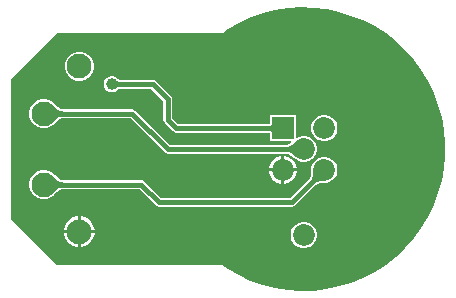
<source format=gbr>
%TF.GenerationSoftware,Altium Limited,Altium Designer,23.10.1 (27)*%
G04 Layer_Physical_Order=2*
G04 Layer_Color=16711680*
%FSLAX45Y45*%
%MOMM*%
%TF.SameCoordinates,CB7B006E-185E-4101-8BB4-968F6143B1B3*%
%TF.FilePolarity,Positive*%
%TF.FileFunction,Copper,L2,Bot,Signal*%
%TF.Part,Single*%
G01*
G75*
%TA.AperFunction,Conductor*%
%ADD12C,0.38100*%
%TA.AperFunction,ComponentPad*%
%ADD13C,1.85000*%
%ADD14R,1.85000X1.85000*%
%ADD15C,2.10000*%
%TA.AperFunction,ViaPad*%
%ADD16C,1.00000*%
G36*
X2986858Y2497890D02*
X3095134Y2485077D01*
X3201802Y2462498D01*
X3305984Y2430338D01*
X3406818Y2388862D01*
X3503477Y2338413D01*
X3595161Y2279406D01*
X3681117Y2212328D01*
X3760638Y2137728D01*
X3833062Y2056229D01*
X3897799Y1968493D01*
X3954311Y1875252D01*
X4002135Y1777267D01*
X4040876Y1675349D01*
X4070215Y1570337D01*
X4089909Y1463099D01*
X4099797Y1354515D01*
Y1245433D01*
X4089891Y1136752D01*
X4070161Y1029416D01*
X4040768Y924315D01*
X4001957Y822317D01*
X3954048Y724263D01*
X3897437Y630963D01*
X3832588Y543184D01*
X3760043Y461658D01*
X3680394Y387051D01*
X3594303Y319983D01*
X3502478Y261004D01*
X3405681Y210606D01*
X3304706Y169202D01*
X3200391Y137134D01*
X3093597Y114668D01*
X2985204Y101988D01*
X2876102Y99200D01*
X2767205Y106326D01*
X2659400Y123308D01*
X2553585Y150005D01*
X2450626Y186198D01*
X2351380Y231587D01*
X2256664Y285796D01*
X2211962Y317087D01*
X2209375Y318225D01*
X2207026Y319795D01*
X2204794Y320240D01*
X2202712Y321156D01*
X2199887Y321217D01*
X2197115Y321769D01*
X809135Y322046D01*
X423165Y708016D01*
X422057Y1890876D01*
X810822Y2279642D01*
X2199130D01*
X2201878Y2280188D01*
X2204681Y2280243D01*
X2206787Y2281165D01*
X2209040Y2281613D01*
X2211370Y2283170D01*
X2213938Y2284293D01*
X2258662Y2315466D01*
X2353395Y2369443D01*
X2452636Y2414608D01*
X2555558Y2450585D01*
X2661324Y2477081D01*
X2769054Y2493876D01*
X2877863Y2500831D01*
X2986858Y2497890D01*
D02*
G37*
%LPC*%
G36*
X1016164Y2122780D02*
X983836D01*
X952609Y2114413D01*
X924611Y2098249D01*
X901752Y2075389D01*
X885587Y2047391D01*
X877220Y2016164D01*
Y1983836D01*
X885587Y1952609D01*
X901752Y1924611D01*
X924611Y1901752D01*
X952609Y1885587D01*
X983836Y1877220D01*
X1016164D01*
X1047391Y1885587D01*
X1075389Y1901752D01*
X1098249Y1924611D01*
X1114413Y1952609D01*
X1122780Y1983836D01*
Y2016164D01*
X1114413Y2047391D01*
X1098249Y2075389D01*
X1075389Y2098249D01*
X1047391Y2114413D01*
X1016164Y2122780D01*
D02*
G37*
G36*
X3091295Y1587056D02*
X3062258D01*
X3034210Y1579540D01*
X3009063Y1565022D01*
X2988530Y1544489D01*
X2974012Y1519342D01*
X2966496Y1491295D01*
Y1462257D01*
X2974012Y1434210D01*
X2988530Y1409063D01*
X3009063Y1388530D01*
X3034210Y1374012D01*
X3062258Y1366496D01*
X3091295D01*
X3119343Y1374012D01*
X3144490Y1388530D01*
X3165022Y1409063D01*
X3179541Y1434210D01*
X3187056Y1462257D01*
Y1491295D01*
X3179541Y1519342D01*
X3165022Y1544489D01*
X3144490Y1565022D01*
X3119343Y1579540D01*
X3091295Y1587056D01*
D02*
G37*
G36*
X1283924Y1917780D02*
X1266076D01*
X1248838Y1913161D01*
X1233382Y1904237D01*
X1220763Y1891618D01*
X1211839Y1876162D01*
X1207220Y1858924D01*
Y1841077D01*
X1211839Y1823838D01*
X1220763Y1808382D01*
X1233382Y1795763D01*
X1248838Y1786839D01*
X1266076Y1782220D01*
X1283924D01*
X1301162Y1786839D01*
X1316618Y1795763D01*
X1321859Y1801004D01*
X1323132Y1801800D01*
X1325807Y1804317D01*
X1328025Y1806084D01*
X1330331Y1807621D01*
X1332745Y1808947D01*
X1335305Y1810081D01*
X1338038Y1811028D01*
X1340973Y1811785D01*
X1344143Y1812345D01*
X1345164Y1812448D01*
X1609446D01*
X1712448Y1709446D01*
Y1550000D01*
X1715307Y1535630D01*
X1723447Y1523447D01*
X1796671Y1450223D01*
X1808854Y1442083D01*
X1823224Y1439224D01*
X2601523D01*
X2604481Y1438966D01*
X2608688Y1438270D01*
X2611738Y1437455D01*
X2612944Y1436966D01*
Y1366496D01*
X2789885D01*
X2791447Y1364144D01*
X2794050Y1353796D01*
X2789573Y1350585D01*
X2782572Y1346236D01*
X2775980Y1342804D01*
X2769823Y1340248D01*
X2764116Y1338513D01*
X2758983Y1337552D01*
X1765554D01*
X1476553Y1626553D01*
X1464370Y1634693D01*
X1450000Y1637552D01*
X861593D01*
X860973Y1637595D01*
X855106Y1638787D01*
X848601Y1640907D01*
X841471Y1644043D01*
X833761Y1648255D01*
X825515Y1653575D01*
X816949Y1659897D01*
X797810Y1676479D01*
X787696Y1686425D01*
X786288Y1687349D01*
X775389Y1698249D01*
X747391Y1714413D01*
X716164Y1722780D01*
X683836D01*
X652609Y1714413D01*
X624611Y1698249D01*
X601752Y1675389D01*
X585587Y1647391D01*
X577220Y1616164D01*
Y1583836D01*
X585587Y1552609D01*
X601752Y1524611D01*
X624611Y1501752D01*
X652609Y1485587D01*
X683836Y1477220D01*
X716164D01*
X747391Y1485587D01*
X775389Y1501752D01*
X786162Y1512525D01*
X787440Y1513328D01*
X807725Y1532509D01*
X816771Y1539972D01*
X825515Y1546425D01*
X833762Y1551746D01*
X841470Y1555956D01*
X848601Y1559094D01*
X855104Y1561213D01*
X860974Y1562405D01*
X861593Y1562448D01*
X1434446D01*
X1723447Y1273447D01*
X1735630Y1265307D01*
X1750000Y1262448D01*
X2758983D01*
X2764116Y1261487D01*
X2769822Y1259752D01*
X2775981Y1257196D01*
X2782572Y1253764D01*
X2789571Y1249416D01*
X2796748Y1244269D01*
X2812839Y1230547D01*
X2821255Y1222301D01*
X2822654Y1221387D01*
X2832287Y1211754D01*
X2857434Y1197236D01*
X2885481Y1189720D01*
X2914519D01*
X2942566Y1197236D01*
X2967713Y1211754D01*
X2988246Y1232287D01*
X3002764Y1257434D01*
X3010280Y1285481D01*
Y1314519D01*
X3002764Y1342566D01*
X2988246Y1367713D01*
X2967713Y1388246D01*
X2942566Y1402764D01*
X2914519Y1410280D01*
X2885481D01*
X2857434Y1402764D01*
X2844503Y1395298D01*
X2833504Y1401649D01*
Y1587056D01*
X2612944D01*
Y1516586D01*
X2611739Y1516097D01*
X2608688Y1515282D01*
X2604481Y1514587D01*
X2601523Y1514328D01*
X1838778D01*
X1787552Y1565554D01*
Y1725000D01*
X1784693Y1739371D01*
X1776553Y1751553D01*
X1651553Y1876553D01*
X1639370Y1884693D01*
X1625000Y1887552D01*
X1345164D01*
X1344142Y1887656D01*
X1340974Y1888216D01*
X1338038Y1888972D01*
X1335305Y1889919D01*
X1332744Y1891054D01*
X1330331Y1892380D01*
X1328023Y1893918D01*
X1325806Y1895684D01*
X1323132Y1898200D01*
X1321859Y1898996D01*
X1316618Y1904237D01*
X1301162Y1913161D01*
X1283924Y1917780D01*
D02*
G37*
G36*
X2738746Y1241124D02*
X2735924D01*
Y1135924D01*
X2841124D01*
Y1138745D01*
X2833089Y1168731D01*
X2817567Y1195616D01*
X2795616Y1217567D01*
X2768732Y1233089D01*
X2738746Y1241124D01*
D02*
G37*
G36*
X2710524D02*
X2707702D01*
X2677716Y1233089D01*
X2650832Y1217567D01*
X2628880Y1195616D01*
X2613359Y1168731D01*
X2605324Y1138745D01*
Y1135924D01*
X2710524D01*
Y1241124D01*
D02*
G37*
G36*
X2841124Y1110524D02*
X2735924D01*
Y1005324D01*
X2738746D01*
X2768732Y1013359D01*
X2795616Y1028880D01*
X2817567Y1050832D01*
X2833089Y1077716D01*
X2841124Y1107702D01*
Y1110524D01*
D02*
G37*
G36*
X2710524D02*
X2605324D01*
Y1107702D01*
X2613359Y1077716D01*
X2628880Y1050832D01*
X2650832Y1028880D01*
X2677716Y1013359D01*
X2707702Y1005324D01*
X2710524D01*
Y1110524D01*
D02*
G37*
G36*
X3091295Y1233504D02*
X3062258D01*
X3034210Y1225988D01*
X3009063Y1211470D01*
X2988530Y1190937D01*
X2974012Y1165790D01*
X2966496Y1137742D01*
Y1124316D01*
X2966162Y1122875D01*
X2965419Y1099513D01*
X2964397Y1089856D01*
X2962922Y1080904D01*
X2961048Y1072885D01*
X2958813Y1065795D01*
X2956266Y1059632D01*
X2953459Y1054371D01*
X2950509Y1050062D01*
X2787998Y887552D01*
X1690554D01*
X1551553Y1026553D01*
X1539370Y1034693D01*
X1525000Y1037552D01*
X861593D01*
X860973Y1037595D01*
X855106Y1038787D01*
X848601Y1040906D01*
X841471Y1044043D01*
X833761Y1048255D01*
X825515Y1053575D01*
X816949Y1059897D01*
X797810Y1076479D01*
X787696Y1086425D01*
X786288Y1087349D01*
X775389Y1098249D01*
X747391Y1114413D01*
X716164Y1122780D01*
X683836D01*
X652609Y1114413D01*
X624611Y1098249D01*
X601752Y1075389D01*
X585587Y1047391D01*
X577220Y1016164D01*
Y983836D01*
X585587Y952609D01*
X601752Y924611D01*
X624611Y901752D01*
X652609Y885587D01*
X683836Y877220D01*
X716164D01*
X747391Y885587D01*
X775389Y901752D01*
X786162Y912524D01*
X787440Y913328D01*
X807725Y932509D01*
X816771Y939971D01*
X825515Y946425D01*
X833762Y951746D01*
X841470Y955956D01*
X848601Y959094D01*
X855104Y961213D01*
X860974Y962405D01*
X861593Y962448D01*
X1509446D01*
X1648447Y823447D01*
X1660630Y815307D01*
X1675000Y812448D01*
X2803552D01*
X2817923Y815307D01*
X2830105Y823447D01*
X3003615Y996957D01*
X3007924Y999906D01*
X3013185Y1002714D01*
X3019348Y1005261D01*
X3026439Y1007497D01*
X3034456Y1009370D01*
X3043175Y1010806D01*
X3064257Y1012481D01*
X3076037Y1012601D01*
X3077672Y1012944D01*
X3091295D01*
X3119343Y1020459D01*
X3144490Y1034978D01*
X3165022Y1055510D01*
X3179541Y1080657D01*
X3187056Y1108705D01*
Y1137742D01*
X3179541Y1165790D01*
X3165022Y1190937D01*
X3144490Y1211470D01*
X3119343Y1225988D01*
X3091295Y1233504D01*
D02*
G37*
G36*
X1017168Y730400D02*
X1012700D01*
Y612700D01*
X1130400D01*
Y617168D01*
X1121514Y650333D01*
X1104346Y680067D01*
X1080067Y704346D01*
X1050333Y721514D01*
X1017168Y730400D01*
D02*
G37*
G36*
X987300D02*
X982832D01*
X949667Y721514D01*
X919933Y704346D01*
X895654Y680067D01*
X878486Y650333D01*
X869600Y617168D01*
Y612700D01*
X987300D01*
Y730400D01*
D02*
G37*
G36*
X1130400Y587300D02*
X1012700D01*
Y469600D01*
X1017168D01*
X1050333Y478486D01*
X1080067Y495654D01*
X1104346Y519933D01*
X1121514Y549667D01*
X1130400Y582832D01*
Y587300D01*
D02*
G37*
G36*
X987300D02*
X869600D01*
Y582832D01*
X878486Y549667D01*
X895654Y519933D01*
X919933Y495654D01*
X949667Y478486D01*
X982832Y469600D01*
X987300D01*
Y587300D01*
D02*
G37*
G36*
X2914519Y680280D02*
X2885481D01*
X2857434Y672764D01*
X2832287Y658246D01*
X2811754Y637713D01*
X2797236Y612566D01*
X2789720Y584519D01*
Y555481D01*
X2797236Y527434D01*
X2811754Y502287D01*
X2832287Y481754D01*
X2857434Y467236D01*
X2885481Y459720D01*
X2914519D01*
X2942566Y467236D01*
X2967713Y481754D01*
X2988246Y502287D01*
X3002764Y527434D01*
X3010280Y555481D01*
Y584519D01*
X3002764Y612566D01*
X2988246Y637713D01*
X2967713Y658246D01*
X2942566Y672764D01*
X2914519Y680280D01*
D02*
G37*
%LPD*%
G36*
X1313927Y1881970D02*
X1317331Y1879258D01*
X1320920Y1876866D01*
X1324695Y1874792D01*
X1328655Y1873038D01*
X1332799Y1871602D01*
X1337129Y1870486D01*
X1341644Y1869688D01*
X1346344Y1869210D01*
X1351229Y1869050D01*
Y1830950D01*
X1346344Y1830791D01*
X1341644Y1830312D01*
X1337129Y1829515D01*
X1332799Y1828398D01*
X1328655Y1826963D01*
X1324695Y1825208D01*
X1320920Y1823135D01*
X1317331Y1820742D01*
X1313927Y1818031D01*
X1310707Y1815000D01*
Y1885000D01*
X1313927Y1881970D01*
D02*
G37*
G36*
X785505Y1663155D02*
X805616Y1645731D01*
X815207Y1638652D01*
X824489Y1632663D01*
X833462Y1627762D01*
X842125Y1623951D01*
X850478Y1621228D01*
X858523Y1619595D01*
X866258Y1619050D01*
Y1580950D01*
X858523Y1580406D01*
X850478Y1578772D01*
X842125Y1576050D01*
X833462Y1572238D01*
X824489Y1567337D01*
X815207Y1561348D01*
X805616Y1554270D01*
X795715Y1546102D01*
X774985Y1526500D01*
Y1673500D01*
X785505Y1663155D01*
D02*
G37*
G36*
X2631334Y1438676D02*
X2630950Y1442296D01*
X2629797Y1445534D01*
X2627877Y1448392D01*
X2625189Y1450868D01*
X2621732Y1452964D01*
X2617508Y1454678D01*
X2612515Y1456012D01*
X2606755Y1456964D01*
X2600226Y1457536D01*
X2592929Y1457726D01*
Y1495826D01*
X2600226Y1496017D01*
X2606755Y1496588D01*
X2612515Y1497541D01*
X2617508Y1498874D01*
X2621732Y1500589D01*
X2625189Y1502684D01*
X2627877Y1505161D01*
X2629797Y1508018D01*
X2630950Y1511257D01*
X2631334Y1514876D01*
Y1438676D01*
D02*
G37*
G36*
X2833942Y1235250D02*
X2825079Y1243933D01*
X2807932Y1258557D01*
X2799647Y1264498D01*
X2791555Y1269525D01*
X2783655Y1273638D01*
X2775948Y1276837D01*
X2768434Y1279122D01*
X2761112Y1280493D01*
X2753983Y1280950D01*
Y1319050D01*
X2761112Y1319507D01*
X2768434Y1320878D01*
X2775948Y1323163D01*
X2783655Y1326362D01*
X2791555Y1330475D01*
X2799647Y1335502D01*
X2807932Y1341443D01*
X2816409Y1348298D01*
X2833942Y1364750D01*
Y1235250D01*
D02*
G37*
G36*
X3075851Y1030728D02*
X3063444Y1030601D01*
X3040979Y1028817D01*
X3030920Y1027160D01*
X3021643Y1024992D01*
X3013149Y1022315D01*
X3005437Y1019127D01*
X2998508Y1015430D01*
X2992361Y1011222D01*
X2986997Y1006504D01*
X2960056Y1033444D01*
X2964774Y1038809D01*
X2968982Y1044955D01*
X2972680Y1051885D01*
X2975867Y1059596D01*
X2978545Y1068091D01*
X2980712Y1077367D01*
X2982369Y1087426D01*
X2983517Y1098268D01*
X2984281Y1122299D01*
X3075851Y1030728D01*
D02*
G37*
G36*
X785505Y1063155D02*
X805616Y1045730D01*
X815207Y1038652D01*
X824489Y1032663D01*
X833462Y1027762D01*
X842125Y1023950D01*
X850478Y1021228D01*
X858523Y1019595D01*
X866258Y1019050D01*
Y980950D01*
X858523Y980405D01*
X850478Y978772D01*
X842125Y976050D01*
X833462Y972238D01*
X824489Y967337D01*
X815207Y961348D01*
X805616Y954270D01*
X795715Y946102D01*
X774985Y926500D01*
Y1073500D01*
X785505Y1063155D01*
D02*
G37*
D12*
X2803552Y850000D02*
X3076776Y1123224D01*
X1675000Y850000D02*
X2803552D01*
X1750000Y1550000D02*
X1823224Y1476776D01*
X2723224D01*
X1750000Y1550000D02*
Y1725000D01*
X1625000Y1850000D02*
X1750000Y1725000D01*
X1275000Y1850000D02*
X1625000D01*
X1525000Y1000000D02*
X1675000Y850000D01*
X700000Y1000000D02*
X1525000D01*
X1750000Y1300000D02*
X2900000D01*
X700000Y1600000D02*
X1450000D01*
X1750000Y1300000D01*
D13*
X2900000Y570000D02*
D03*
Y1300000D02*
D03*
X3076776Y1476776D02*
D03*
X2723224Y1123224D02*
D03*
X3076776D02*
D03*
D14*
X2723224Y1476776D02*
D03*
D15*
X1000000Y600000D02*
D03*
X700000Y1000000D02*
D03*
Y1600000D02*
D03*
X1000000Y2000000D02*
D03*
D16*
X1275000Y1850000D02*
D03*
%TF.MD5,7f94e6d7e85a6102e4414985231da304*%
M02*

</source>
